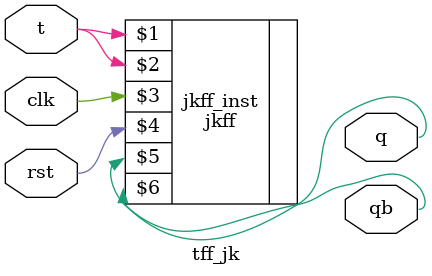
<source format=v>
module tff_jk(t,clk,rst,q,qb);
input t,clk,rst;
output q,qb;

jkff jkff_inst(t,t,clk,rst,q,qb);

endmodule
</source>
